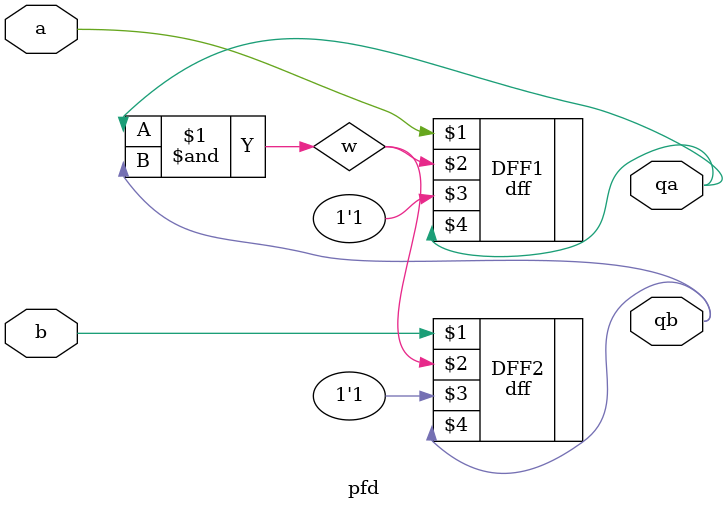
<source format=v>
`timescale 1ns / 1ps


module pfd(
input a, b,
output qa, qb
 );
    wire w;
    dff DFF1(a,w,1'b1,qa);
    dff DFF2(b,w,1'b1,qb);
    and AND(w,qa,qb);
endmodule

</source>
